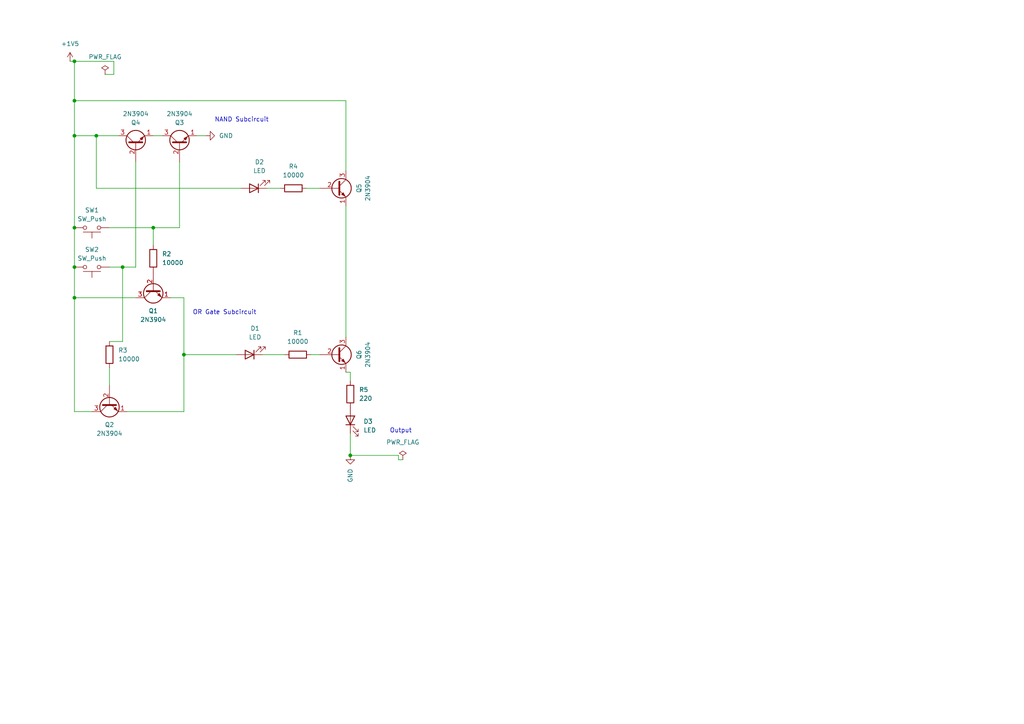
<source format=kicad_sch>
(kicad_sch (version 20230121) (generator eeschema)
  (paper "A4")
  (title_block (title "XOR Gate TTL"))
  (lib_symbols
    (symbol "Device:LED" (pin_numbers hide) (pin_names (offset 1.016) hide)
      (property "Reference" "D" (at 0 2.54 0))
      (property "Value" "LED" (at 0 -2.54 0))
      (symbol "LED_0_1"
        (polyline (pts (xy -1.27 -1.27) (xy -1.27 1.27)) (stroke (width 0.254)))
        (polyline (pts (xy -1.27 0) (xy 1.27 0)))
        (polyline (pts (xy 1.27 -1.27) (xy 1.27 1.27) (xy -1.27 0) (xy 1.27 -1.27)) (stroke (width 0.254)))
        (polyline (pts (xy -3.048 -0.762) (xy -4.572 -2.286) (xy -3.81 -2.286) (xy -4.572 -2.286) (xy -4.572 -1.524)))
        (polyline (pts (xy -1.778 -0.762) (xy -3.302 -2.286) (xy -2.54 -2.286) (xy -3.302 -2.286) (xy -3.302 -1.524)))
      )
      (symbol "LED_1_1"
        (pin passive line (at -3.81 0 0) (length 2.54) (name "K") (number "1"))
        (pin passive line (at 3.81 0 180) (length 2.54) (name "A") (number "2"))
      )
    )
    (symbol "Device:R" (pin_numbers hide) (pin_names (offset 0))
      (property "Reference" "R" (at 2.032 0 90))
      (property "Value" "R" (at 0 0 90))
      (symbol "R_0_1"
        (rectangle (start -1.016 -2.54) (end 1.016 2.54) (stroke (width 0.254)))
      )
      (symbol "R_1_1"
        (pin passive line (at 0 3.81 270) (length 1.27) (name "~") (number "1"))
        (pin passive line (at 0 -3.81 90) (length 1.27) (name "~") (number "2"))
      )
    )
    (symbol "Switch:SW_Push" (pin_numbers hide) (pin_names (offset 1.016) hide)
      (property "Reference" "SW" (at 1.27 2.54 0))
      (property "Value" "SW_Push" (at 0 -1.524 0))
      (symbol "SW_Push_0_1"
        (circle (center -2.032 0) (radius 0.508))
        (polyline (pts (xy 0 1.27) (xy 0 3.048)))
        (polyline (pts (xy 2.54 1.27) (xy -2.54 1.27)))
        (circle (center 2.032 0) (radius 0.508))
        (pin passive line (at -5.08 0 0) (length 2.54) (name "1") (number "1"))
        (pin passive line (at 5.08 0 180) (length 2.54) (name "2") (number "2"))
      )
    )
    (symbol "Transistor_BJT:2N3904" (pin_names (offset 0) hide)
      (property "Reference" "Q" (at 5.08 1.905 0))
      (property "Value" "2N3904" (at 5.08 0 0))
      (symbol "2N3904_0_1"
        (polyline (pts (xy 0.635 0.635) (xy 2.54 2.54)))
        (polyline (pts (xy 0.635 -0.635) (xy 2.54 -2.54) (xy 2.54 -2.54)))
        (polyline (pts (xy 0.635 1.905) (xy 0.635 -1.905) (xy 0.635 -1.905)) (stroke (width 0.508)))
        (polyline (pts (xy 1.27 -1.778) (xy 1.778 -1.27) (xy 2.286 -2.286) (xy 1.27 -1.778) (xy 1.27 -1.778)) (fill (type outline)))
        (circle (center 1.27 0) (radius 2.8194) (stroke (width 0.254)))
      )
      (symbol "2N3904_1_1"
        (pin passive line (at 2.54 -5.08 90) (length 2.54) (name "E") (number "1"))
        (pin passive line (at -5.08 0 0) (length 5.715) (name "B") (number "2"))
        (pin passive line (at 2.54 5.08 270) (length 2.54) (name "C") (number "3"))
      )
    )
    (symbol "power:+1V5" (power) (pin_names (offset 0))
      (property "Value" "+1V5" (at 0 3.556 0))
      (symbol "+1V5_0_1"
        (polyline (pts (xy -0.762 1.27) (xy 0 2.54)))
        (polyline (pts (xy 0 0) (xy 0 2.54)))
        (polyline (pts (xy 0 2.54) (xy 0.762 1.27)))
      )
      (symbol "+1V5_1_1"
        (pin power_in line (at 0 0 90) (length 0) hide (name "+1V5") (number "1"))
      )
    )
    (symbol "power:GND" (power) (pin_names (offset 0))
      (property "Value" "GND" (at 0 -3.81 0))
      (symbol "GND_0_1"
        (polyline (pts (xy 0 0) (xy 0 -1.27) (xy 1.27 -1.27) (xy 0 -2.54) (xy -1.27 -1.27) (xy 0 -1.27)))
      )
      (symbol "GND_1_1"
        (pin power_in line (at 0 0 270) (length 0) hide (name "GND") (number "1"))
      )
    )
    (symbol "power:PWR_FLAG" (power) (pin_numbers hide) (pin_names (offset 0) hide)
      (property "Value" "PWR_FLAG" (at 0 3.81 0))
      (symbol "PWR_FLAG_0_0"
        (pin power_out line (at 0 0 90) (length 0) (name "pwr") (number "1"))
      )
      (symbol "PWR_FLAG_0_1"
        (polyline (pts (xy 0 0) (xy 0 1.27) (xy -1.016 1.905) (xy 0 2.54) (xy 1.016 1.905) (xy 0 1.27)))
      )
    )
  )
  (junction (at 21.59 86.36))
  (junction (at 44.45 66.04))
  (junction (at 21.59 66.04))
  (junction (at 27.94 39.37))
  (junction (at 35.56 77.47))
  (junction (at 21.59 77.47))
  (junction (at 101.6 132.08))
  (junction (at 21.59 29.21))
  (junction (at 21.59 17.78))
  (junction (at 53.34 102.87))
  (junction (at 21.59 39.37))
  (wire (pts (xy 88.9 54.61) (xy 92.71 54.61)))
  (wire (pts (xy 21.59 29.21) (xy 21.59 39.37)))
  (wire (pts (xy 115.57 132.08) (xy 115.57 133.35)))
  (wire (pts (xy 21.59 17.78) (xy 21.59 29.21)))
  (wire (pts (xy 52.07 46.99) (xy 52.07 66.04)))
  (wire (pts (xy 21.59 119.38) (xy 26.67 119.38)))
  (wire (pts (xy 35.56 77.47) (xy 35.56 99.06)))
  (wire (pts (xy 115.57 133.35) (xy 116.84 133.35)))
  (wire (pts (xy 53.34 102.87) (xy 53.34 119.38)))
  (wire (pts (xy 101.6 107.95) (xy 100.33 107.95)))
  (wire (pts (xy 36.83 119.38) (xy 53.34 119.38)))
  (wire (pts (xy 90.17 102.87) (xy 92.71 102.87)))
  (wire (pts (xy 30.48 21.59) (xy 33.02 21.59)))
  (wire (pts (xy 21.59 29.21) (xy 100.33 29.21)))
  (wire (pts (xy 31.75 66.04) (xy 44.45 66.04)))
  (wire (pts (xy 44.45 66.04) (xy 44.45 71.12)))
  (wire (pts (xy 39.37 77.47) (xy 35.56 77.47)))
  (wire (pts (xy 33.02 17.78) (xy 33.02 21.59)))
  (wire (pts (xy 21.59 39.37) (xy 21.59 66.04)))
  (wire (pts (xy 44.45 39.37) (xy 46.99 39.37)))
  (wire (pts (xy 21.59 77.47) (xy 21.59 86.36)))
  (wire (pts (xy 101.6 110.49) (xy 101.6 107.95)))
  (wire (pts (xy 100.33 59.69) (xy 100.33 97.79)))
  (wire (pts (xy 21.59 86.36) (xy 21.59 119.38)))
  (wire (pts (xy 21.59 66.04) (xy 21.59 77.47)))
  (wire (pts (xy 57.15 39.37) (xy 59.69 39.37)))
  (wire (pts (xy 27.94 39.37) (xy 27.94 54.61)))
  (wire (pts (xy 44.45 66.04) (xy 52.07 66.04)))
  (wire (pts (xy 27.94 39.37) (xy 34.29 39.37)))
  (wire (pts (xy 53.34 86.36) (xy 53.34 102.87)))
  (wire (pts (xy 21.59 39.37) (xy 27.94 39.37)))
  (wire (pts (xy 21.59 17.78) (xy 33.02 17.78)))
  (wire (pts (xy 35.56 99.06) (xy 31.75 99.06)))
  (wire (pts (xy 39.37 77.47) (xy 39.37 46.99)))
  (wire (pts (xy 77.47 54.61) (xy 81.28 54.61)))
  (wire (pts (xy 100.33 29.21) (xy 100.33 49.53)))
  (wire (pts (xy 31.75 77.47) (xy 35.56 77.47)))
  (wire (pts (xy 21.59 86.36) (xy 39.37 86.36)))
  (wire (pts (xy 20.32 17.78) (xy 21.59 17.78)))
  (wire (pts (xy 31.75 106.68) (xy 31.75 111.76)))
  (wire (pts (xy 101.6 125.73) (xy 101.6 132.08)))
  (wire (pts (xy 101.6 132.08) (xy 115.57 132.08)))
  (wire (pts (xy 53.34 102.87) (xy 68.58 102.87)))
  (wire (pts (xy 76.2 102.87) (xy 82.55 102.87)))
  (wire (pts (xy 49.53 86.36) (xy 53.34 86.36)))
  (wire (pts (xy 27.94 54.61) (xy 69.85 54.61)))
  (text "NAND Subcircuit" (at 62.23 35.56 0) (effects (font (size 1.27 1.27)) (justify left bottom)))
  (text "OR Gate Subcircuit" (at 55.88 91.44 0) (effects (font (size 1.27 1.27)) (justify left bottom)))
  (text "Output" (at 113.03 125.73 0) (effects (font (size 1.27 1.27)) (justify left bottom)))
  (symbol (lib_id "Device:LED") (at 73.66 54.61 180) (unit 1)
    (property "Reference" "D2" (at 75.2475 46.99 0))
    (property "Value" "LED" (at 75.2475 49.53 0))
    (property "Sim.Device" "D" (effects hide))
    (property "Sim.Pins" "1=A 2=K" (effects hide))
  )
  (symbol (lib_id "Transistor_BJT:2N3904") (at 39.37 41.91 90) (unit 1)
    (property "Reference" "Q4" (at 39.37 35.56 90))
    (property "Value" "2N3904" (at 39.37 33.02 90))
    (property "Footprint" "Package_TO_SOT_THT:TO-92_Inline" (effects hide))
    (property "Datasheet" "https://www.onsemi.com/pub/Collateral/2N3903-D.PDF" (effects hide))
    (property "Sim.Device" "NPN" (effects hide))
    (property "Sim.Type" "VBIC" (effects hide))
    (property "Sim.Pins" "1=C 2=B 3=E" (effects hide))
  )
  (symbol (lib_id "Transistor_BJT:2N3904") (at 97.79 54.61 0) (unit 1)
    (property "Reference" "Q5" (at 104.14 54.61 90))
    (property "Value" "2N3904" (at 106.68 54.61 90))
    (property "Footprint" "Package_TO_SOT_THT:TO-92_Inline" (effects hide))
    (property "Datasheet" "https://www.onsemi.com/pub/Collateral/2N3903-D.PDF" (effects hide))
    (property "Sim.Device" "NPN" (effects hide))
    (property "Sim.Type" "VBIC" (effects hide))
    (property "Sim.Pins" "1=C 2=B 3=E" (effects hide))
  )
  (symbol (lib_id "Transistor_BJT:2N3904") (at 52.07 41.91 90) (unit 1)
    (property "Reference" "Q3" (at 52.07 35.56 90))
    (property "Value" "2N3904" (at 52.07 33.02 90))
    (property "Footprint" "Package_TO_SOT_THT:TO-92_Inline" (effects hide))
    (property "Datasheet" "https://www.onsemi.com/pub/Collateral/2N3903-D.PDF" (effects hide))
    (property "Sim.Device" "NPN" (effects hide))
    (property "Sim.Type" "VBIC" (effects hide))
    (property "Sim.Pins" "1=C 2=B 3=E" (effects hide))
  )
  (symbol (lib_id "power:+1V5") (at 20.32 17.78 0) (unit 1)
    (property "Reference" "#PWR01" (effects hide))
    (property "Value" "+1V5" (at 20.32 12.7 0))
    (property "Sim.Device" "V" (effects hide))
    (property "Sim.Type" "DC" (effects hide))
    (property "Sim.Pins" "1=+" (effects hide))
    (property "Sim.Params" "dc=\"\"" (effects hide))
  )
  (symbol (lib_id "Device:R") (at 85.09 54.61 90) (unit 1)
    (property "Reference" "R4" (at 85.09 48.26 90))
    (property "Value" "10000" (at 85.09 50.8 90))
    (property "Sim.Device" "R" (effects hide))
    (property "Sim.Pins" "1=+ 2=-" (effects hide))
  )
  (symbol (lib_id "Device:LED") (at 72.39 102.87 180) (unit 1)
    (property "Reference" "D1" (at 73.9775 95.25 0))
    (property "Value" "LED" (at 73.9775 97.79 0))
    (property "Sim.Device" "D" (effects hide))
    (property "Sim.Pins" "1=A 2=K" (effects hide))
  )
  (symbol (lib_id "power:PWR_FLAG") (at 30.48 21.59 0) (unit 1)
    (property "Reference" "#FLG01" (effects hide))
    (property "Value" "PWR_FLAG" (at 30.48 16.51 0))
  )
  (symbol (lib_id "Device:R") (at 86.36 102.87 90) (unit 1)
    (property "Reference" "R1" (at 86.36 96.52 90))
    (property "Value" "10000" (at 86.36 99.06 90))
    (property "Sim.Device" "R" (effects hide))
    (property "Sim.Pins" "1=+ 2=-" (effects hide))
  )
  (symbol (lib_id "power:GND") (at 101.6 132.08 0) (unit 1)
    (property "Reference" "#PWR03" (effects hide))
    (property "Value" "GND" (at 101.6 135.89 90) (effects (justify right)))
    (property "Sim.Device" "V" (effects hide))
    (property "Sim.Type" "DC" (effects hide))
    (property "Sim.Pins" "1=+" (effects hide))
    (property "Sim.Params" "dc=\"\"" (effects hide))
  )
  (symbol (lib_id "Switch:SW_Push") (at 26.67 66.04 180) (unit 1)
    (property "Reference" "SW1" (at 26.67 60.96 0))
    (property "Value" "SW_Push" (at 26.67 63.5 0))
    (property "Sim.Device" "SW" (effects hide))
    (property "Sim.Type" "V" (effects hide))
    (property "Sim.Pins" "1=ctrl+ 2=ctrl-" (effects hide))
  )
  (symbol (lib_id "Transistor_BJT:2N3904") (at 31.75 116.84 90) (mirror x) (unit 1)
    (property "Reference" "Q2" (at 31.75 123.19 90))
    (property "Value" "2N3904" (at 31.75 125.73 90))
    (property "Footprint" "Package_TO_SOT_THT:TO-92_Inline" (effects hide))
    (property "Datasheet" "https://www.onsemi.com/pub/Collateral/2N3903-D.PDF" (effects hide))
    (property "Sim.Device" "NPN" (effects hide))
    (property "Sim.Type" "VBIC" (effects hide))
    (property "Sim.Pins" "1=C 2=B 3=E" (effects hide))
  )
  (symbol (lib_id "Switch:SW_Push") (at 26.67 77.47 180) (unit 1)
    (property "Reference" "SW2" (at 26.67 72.39 0))
    (property "Value" "SW_Push" (at 26.67 74.93 0))
    (property "Sim.Device" "SW" (effects hide))
    (property "Sim.Type" "V" (effects hide))
    (property "Sim.Pins" "1=ctrl+ 2=ctrl-" (effects hide))
  )
  (symbol (lib_id "power:PWR_FLAG") (at 116.84 133.35 0) (unit 1)
    (property "Reference" "#FLG02" (effects hide))
    (property "Value" "PWR_FLAG" (at 116.84 128.27 0))
  )
  (symbol (lib_id "Device:R") (at 31.75 102.87 180) (unit 1)
    (property "Reference" "R3" (at 34.29 101.6 0) (effects (justify right)))
    (property "Value" "10000" (at 34.29 104.14 0) (effects (justify right)))
    (property "Sim.Device" "R" (effects hide))
    (property "Sim.Pins" "1=+ 2=-" (effects hide))
  )
  (symbol (lib_id "Device:R") (at 101.6 114.3 180) (unit 1)
    (property "Reference" "R5" (at 104.14 113.03 0) (effects (justify right)))
    (property "Value" "220" (at 104.14 115.57 0) (effects (justify right)))
    (property "Sim.Device" "R" (effects hide))
    (property "Sim.Pins" "1=+ 2=-" (effects hide))
  )
  (symbol (lib_id "Transistor_BJT:2N3904") (at 44.45 83.82 90) (mirror x) (unit 1)
    (property "Reference" "Q1" (at 44.45 90.17 90))
    (property "Value" "2N3904" (at 44.45 92.71 90))
    (property "Footprint" "Package_TO_SOT_THT:TO-92_Inline" (effects hide))
    (property "Datasheet" "https://www.onsemi.com/pub/Collateral/2N3903-D.PDF" (effects hide))
    (property "Sim.Device" "NPN" (effects hide))
    (property "Sim.Type" "VBIC" (effects hide))
    (property "Sim.Pins" "1=C 2=B 3=E" (effects hide))
  )
  (symbol (lib_id "power:GND") (at 59.69 39.37 90) (unit 1)
    (property "Reference" "#PWR02" (effects hide))
    (property "Value" "GND" (at 63.5 39.37 90) (effects (justify right)))
  )
  (symbol (lib_id "Device:LED") (at 101.6 121.92 90) (unit 1)
    (property "Reference" "D3" (at 105.41 122.2375 90) (effects (justify right)))
    (property "Value" "LED" (at 105.41 124.7775 90) (effects (justify right)))
    (property "Sim.Device" "D" (effects hide))
    (property "Sim.Pins" "1=A 2=K" (effects hide))
  )
  (symbol (lib_id "Transistor_BJT:2N3904") (at 97.79 102.87 0) (unit 1)
    (property "Reference" "Q6" (at 104.14 102.87 90))
    (property "Value" "2N3904" (at 106.68 102.87 90))
    (property "Footprint" "Package_TO_SOT_THT:TO-92_Inline" (effects hide))
    (property "Datasheet" "https://www.onsemi.com/pub/Collateral/2N3903-D.PDF" (effects hide))
    (property "Sim.Device" "NPN" (effects hide))
    (property "Sim.Type" "VBIC" (effects hide))
    (property "Sim.Pins" "1=C 2=B 3=E" (effects hide))
  )
  (symbol (lib_id "Device:R") (at 44.45 74.93 180) (unit 1)
    (property "Reference" "R2" (at 46.99 73.66 0) (effects (justify right)))
    (property "Value" "10000" (at 46.99 76.2 0) (effects (justify right)))
  )
)
</source>
